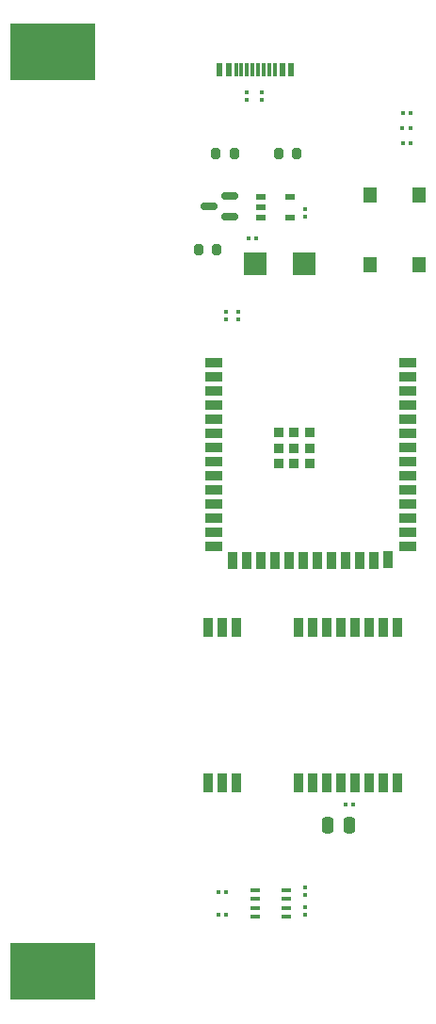
<source format=gbr>
%TF.GenerationSoftware,KiCad,Pcbnew,9.0.0*%
%TF.CreationDate,2025-03-30T15:54:25+03:00*%
%TF.ProjectId,pcb_licenta,7063625f-6c69-4636-956e-74612e6b6963,rev?*%
%TF.SameCoordinates,Original*%
%TF.FileFunction,Paste,Top*%
%TF.FilePolarity,Positive*%
%FSLAX46Y46*%
G04 Gerber Fmt 4.6, Leading zero omitted, Abs format (unit mm)*
G04 Created by KiCad (PCBNEW 9.0.0) date 2025-03-30 15:54:25*
%MOMM*%
%LPD*%
G01*
G04 APERTURE LIST*
G04 Aperture macros list*
%AMRoundRect*
0 Rectangle with rounded corners*
0 $1 Rounding radius*
0 $2 $3 $4 $5 $6 $7 $8 $9 X,Y pos of 4 corners*
0 Add a 4 corners polygon primitive as box body*
4,1,4,$2,$3,$4,$5,$6,$7,$8,$9,$2,$3,0*
0 Add four circle primitives for the rounded corners*
1,1,$1+$1,$2,$3*
1,1,$1+$1,$4,$5*
1,1,$1+$1,$6,$7*
1,1,$1+$1,$8,$9*
0 Add four rect primitives between the rounded corners*
20,1,$1+$1,$2,$3,$4,$5,0*
20,1,$1+$1,$4,$5,$6,$7,0*
20,1,$1+$1,$6,$7,$8,$9,0*
20,1,$1+$1,$8,$9,$2,$3,0*%
G04 Aperture macros list end*
%ADD10R,0.600000X1.240000*%
%ADD11R,0.300000X1.240000*%
%ADD12R,7.620000X5.080000*%
%ADD13RoundRect,0.079500X0.079500X0.100500X-0.079500X0.100500X-0.079500X-0.100500X0.079500X-0.100500X0*%
%ADD14RoundRect,0.079500X-0.079500X-0.100500X0.079500X-0.100500X0.079500X0.100500X-0.079500X0.100500X0*%
%ADD15RoundRect,0.079500X0.100500X-0.079500X0.100500X0.079500X-0.100500X0.079500X-0.100500X-0.079500X0*%
%ADD16RoundRect,0.079500X-0.100500X0.079500X-0.100500X-0.079500X0.100500X-0.079500X0.100500X0.079500X0*%
%ADD17R,1.230000X1.360000*%
%ADD18R,0.900000X0.900000*%
%ADD19R,1.500000X0.900000*%
%ADD20R,0.900000X1.500000*%
%ADD21RoundRect,0.200000X-0.200000X-0.275000X0.200000X-0.275000X0.200000X0.275000X-0.200000X0.275000X0*%
%ADD22R,0.900000X0.500000*%
%ADD23R,2.000000X2.000000*%
%ADD24RoundRect,0.150000X0.587500X0.150000X-0.587500X0.150000X-0.587500X-0.150000X0.587500X-0.150000X0*%
%ADD25R,0.890000X0.450000*%
%ADD26R,0.900000X1.800000*%
%ADD27RoundRect,0.250000X0.250000X0.475000X-0.250000X0.475000X-0.250000X-0.475000X0.250000X-0.475000X0*%
G04 APERTURE END LIST*
D10*
%TO.C,J1*%
X110690000Y-47160000D03*
X109890000Y-47160000D03*
D11*
X109240000Y-47160000D03*
X108240000Y-47160000D03*
X106740000Y-47160000D03*
X105740000Y-47160000D03*
D10*
X105090000Y-47160000D03*
X104290000Y-47160000D03*
X104290000Y-47160000D03*
X105090000Y-47160000D03*
D11*
X106240000Y-47160000D03*
X107240000Y-47160000D03*
X107740000Y-47160000D03*
X108740000Y-47160000D03*
D10*
X109890000Y-47160000D03*
X110690000Y-47160000D03*
%TD*%
D12*
%TO.C,BT1*%
X89270000Y-128200000D03*
X89270000Y-45580000D03*
%TD*%
D13*
%TO.C,C1*%
X115610000Y-113170000D03*
X116300000Y-113170000D03*
%TD*%
%TO.C,C3*%
X104175000Y-121090000D03*
X104865000Y-121090000D03*
%TD*%
D14*
%TO.C,C4*%
X104865000Y-123090000D03*
X104175000Y-123090000D03*
%TD*%
D13*
%TO.C,C5*%
X106875000Y-62305000D03*
X107565000Y-62305000D03*
%TD*%
D15*
%TO.C,C6*%
X111950000Y-59700000D03*
X111950000Y-60390000D03*
%TD*%
%TO.C,C7*%
X105930000Y-68945000D03*
X105930000Y-69635000D03*
%TD*%
%TO.C,C8*%
X104860000Y-68945000D03*
X104860000Y-69635000D03*
%TD*%
D14*
%TO.C,C9*%
X120720000Y-52430000D03*
X121410000Y-52430000D03*
%TD*%
%TO.C,C10*%
X120740000Y-53810000D03*
X121430000Y-53810000D03*
%TD*%
D15*
%TO.C,R1*%
X111960000Y-120640000D03*
X111960000Y-121330000D03*
%TD*%
D16*
%TO.C,R2*%
X111980000Y-123145000D03*
X111980000Y-122455000D03*
%TD*%
D13*
%TO.C,R6*%
X120735000Y-51080000D03*
X121425000Y-51080000D03*
%TD*%
D16*
%TO.C,R7*%
X108060000Y-49210000D03*
X108060000Y-49900000D03*
%TD*%
%TO.C,R8*%
X106710000Y-49220000D03*
X106710000Y-49910000D03*
%TD*%
D17*
%TO.C,ENBLE*%
X117820000Y-58390000D03*
X122180000Y-58390000D03*
%TD*%
%TO.C,BOOT*%
X117820000Y-64690000D03*
X122180000Y-64690000D03*
%TD*%
D18*
%TO.C,U1*%
X112360000Y-82590000D03*
X112360000Y-81190000D03*
X112360000Y-79790000D03*
X110960000Y-82590000D03*
X110960000Y-81190000D03*
X110960000Y-79790000D03*
X109560000Y-82590000D03*
X109560000Y-81190000D03*
X109560000Y-79790000D03*
D19*
X121210000Y-73470000D03*
X121210000Y-74740000D03*
X121210000Y-76010000D03*
X121210000Y-77280000D03*
X121210000Y-78550000D03*
X121210000Y-79820000D03*
X121210000Y-81090000D03*
X121210000Y-82360000D03*
X121210000Y-83630000D03*
X121210000Y-84900000D03*
X121210000Y-86170000D03*
X121210000Y-87440000D03*
X121210000Y-88710000D03*
X121210000Y-89980000D03*
D20*
X119450000Y-91220000D03*
X118180000Y-91250000D03*
X116910000Y-91250000D03*
X115630000Y-91250000D03*
X114360000Y-91250000D03*
X113090000Y-91250000D03*
X111830000Y-91250000D03*
X110550000Y-91250000D03*
X109280000Y-91250000D03*
X108010000Y-91250000D03*
X106740000Y-91250000D03*
X105470000Y-91250000D03*
D19*
X103710000Y-89980000D03*
X103710000Y-88710000D03*
X103710000Y-87440000D03*
X103710000Y-86170000D03*
X103710000Y-84900000D03*
X103710000Y-83630000D03*
X103710000Y-82360000D03*
X103710000Y-81090000D03*
X103710000Y-79820000D03*
X103710000Y-78550000D03*
X103710000Y-77280000D03*
X103710000Y-76010000D03*
X103710000Y-74740000D03*
X103710000Y-73470000D03*
%TD*%
D21*
%TO.C,R4*%
X111225000Y-54680000D03*
X109575000Y-54680000D03*
%TD*%
%TO.C,R5*%
X102350000Y-63370000D03*
X104000000Y-63370000D03*
%TD*%
D22*
%TO.C,Q1*%
X107980000Y-58580000D03*
X107980000Y-59530000D03*
X107980000Y-60480000D03*
X110580000Y-60480000D03*
X110580000Y-58580000D03*
%TD*%
D23*
%TO.C,D1*%
X111840000Y-64575000D03*
X107440000Y-64575000D03*
%TD*%
D24*
%TO.C,Q2*%
X105180000Y-60400000D03*
X105180000Y-58500000D03*
X103305000Y-59450000D03*
%TD*%
D25*
%TO.C,U3*%
X110290000Y-120910000D03*
X110290000Y-121710000D03*
X110290000Y-122510000D03*
X110290000Y-123310000D03*
X107450000Y-123310000D03*
X107450000Y-122510000D03*
X107450000Y-121710000D03*
X107450000Y-120910000D03*
%TD*%
D21*
%TO.C,R3*%
X103950000Y-54680000D03*
X105600000Y-54680000D03*
%TD*%
D26*
%TO.C,U2*%
X103240000Y-111250000D03*
X104510000Y-111250000D03*
X105780000Y-111250000D03*
X111350000Y-111250000D03*
X112620000Y-111250000D03*
X113890000Y-111250000D03*
X115160000Y-111250000D03*
X116430000Y-111250000D03*
X117700000Y-111250000D03*
X118970000Y-111250000D03*
X120240000Y-111250000D03*
X120240000Y-97250000D03*
X118970000Y-97250000D03*
X117700000Y-97250000D03*
X116430000Y-97250000D03*
X115160000Y-97250000D03*
X113890000Y-97250000D03*
X112620000Y-97250000D03*
X111350000Y-97250000D03*
X105780000Y-97250000D03*
X104510000Y-97250000D03*
X103240000Y-97250000D03*
%TD*%
D27*
%TO.C,C2*%
X115930000Y-115100000D03*
X114030000Y-115100000D03*
%TD*%
M02*

</source>
